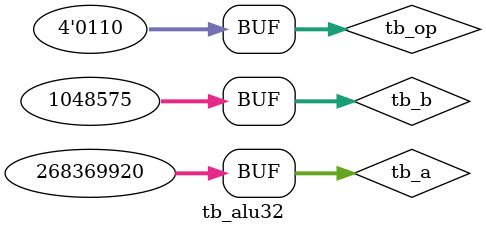
<source format=v>
`timescale 1ns/100ps
module tb_alu32;
	reg[31:0] tb_a,tb_b;
	reg [3:0] tb_op;
	wire [63:0] tb_result;
	
	alu32 alu32(tb_a,tb_b,tb_op,tb_result);
	
	//OPCODE ENCODING
	parameter NOT_A = 4'b0000;
	parameter NOT_B = 4'b0001;
	parameter AND	 = 4'b0010;
	parameter OR 	 = 4'b0011;
	parameter XOR 	 = 4'b0100;
	parameter XNOR  = 4'b0101;
	parameter ADD 	 = 4'b0110;
	parameter SUB 	 = 4'b0111;
	
	initial begin
	tb_a=32'h0; tb_b=32'h0; tb_op= NOT_A;
	#10; tb_op= NOT_A; 	tb_a=32'h0000_FFFF;	// not A
	#10; tb_op= NOT_B; 	tb_b=32'h00FF_FF00; 	// not B
	#10; tb_op= AND;		tb_a=32'h0A0B_1100; tb_b=32'h1010_AB00; 	// and
	#10; tb_op= OR;	// or
	#10; tb_op= XOR;	// xor
	#10; tb_op= XNOR;	// xnor
	#10; tb_op= SUB;		tb_a=32'h0FFF_0000; tb_b=32'h000F_FFFF;	// sub
	#10; tb_op= ADD;	// add
	#10;
	end
endmodule
	
</source>
